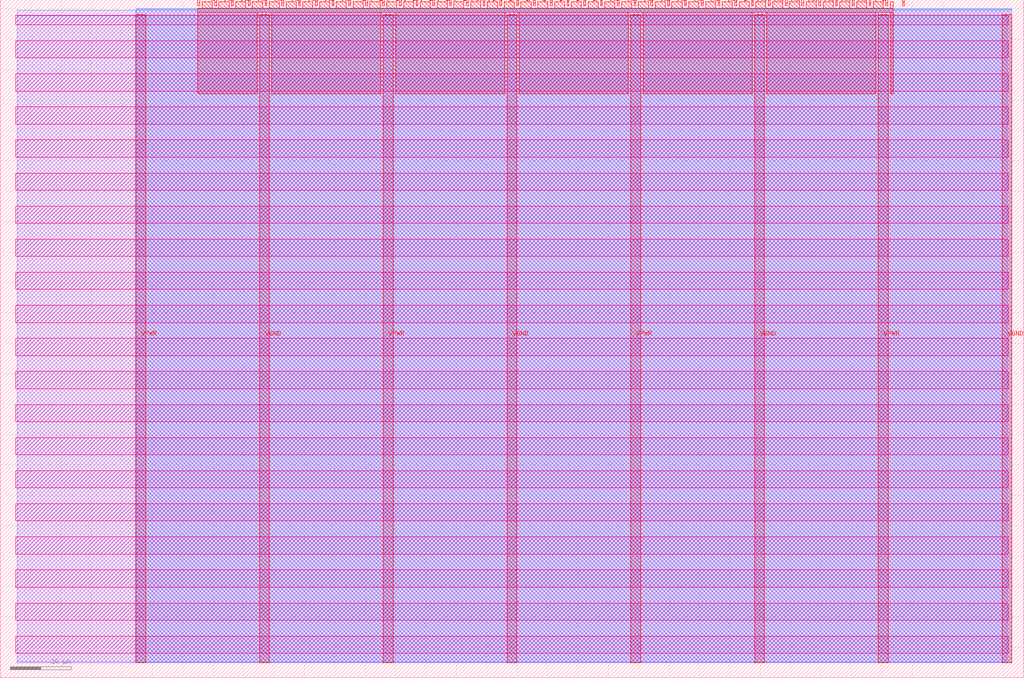
<source format=lef>
VERSION 5.7 ;
  NOWIREEXTENSIONATPIN ON ;
  DIVIDERCHAR "/" ;
  BUSBITCHARS "[]" ;
MACRO tt_um_seven_segment_seconds
  CLASS BLOCK ;
  FOREIGN tt_um_seven_segment_seconds ;
  ORIGIN 0.000 0.000 ;
  SIZE 168.360 BY 111.520 ;
  PIN VGND
    DIRECTION INOUT ;
    USE GROUND ;
    PORT
      LAYER met4 ;
        RECT 42.670 2.480 44.270 109.040 ;
    END
    PORT
      LAYER met4 ;
        RECT 83.380 2.480 84.980 109.040 ;
    END
    PORT
      LAYER met4 ;
        RECT 124.090 2.480 125.690 109.040 ;
    END
    PORT
      LAYER met4 ;
        RECT 164.800 2.480 166.400 109.040 ;
    END
  END VGND
  PIN VPWR
    DIRECTION INOUT ;
    USE POWER ;
    PORT
      LAYER met4 ;
        RECT 22.315 2.480 23.915 109.040 ;
    END
    PORT
      LAYER met4 ;
        RECT 63.025 2.480 64.625 109.040 ;
    END
    PORT
      LAYER met4 ;
        RECT 103.735 2.480 105.335 109.040 ;
    END
    PORT
      LAYER met4 ;
        RECT 144.445 2.480 146.045 109.040 ;
    END
  END VPWR
  PIN clk
    DIRECTION INPUT ;
    USE SIGNAL ;
    ANTENNAGATEAREA 0.852000 ;
    PORT
      LAYER met4 ;
        RECT 145.670 110.520 145.970 111.520 ;
    END
  END clk
  PIN ena
    DIRECTION INPUT ;
    USE SIGNAL ;
    PORT
      LAYER met4 ;
        RECT 148.430 110.520 148.730 111.520 ;
    END
  END ena
  PIN rst_n
    DIRECTION INPUT ;
    USE SIGNAL ;
    ANTENNAGATEAREA 0.126000 ;
    PORT
      LAYER met4 ;
        RECT 142.910 110.520 143.210 111.520 ;
    END
  END rst_n
  PIN ui_in[0]
    DIRECTION INPUT ;
    USE SIGNAL ;
    ANTENNAGATEAREA 0.196500 ;
    PORT
      LAYER met4 ;
        RECT 140.150 110.520 140.450 111.520 ;
    END
  END ui_in[0]
  PIN ui_in[1]
    DIRECTION INPUT ;
    USE SIGNAL ;
    ANTENNAGATEAREA 0.196500 ;
    PORT
      LAYER met4 ;
        RECT 137.390 110.520 137.690 111.520 ;
    END
  END ui_in[1]
  PIN ui_in[2]
    DIRECTION INPUT ;
    USE SIGNAL ;
    ANTENNAGATEAREA 0.196500 ;
    PORT
      LAYER met4 ;
        RECT 134.630 110.520 134.930 111.520 ;
    END
  END ui_in[2]
  PIN ui_in[3]
    DIRECTION INPUT ;
    USE SIGNAL ;
    ANTENNAGATEAREA 0.196500 ;
    PORT
      LAYER met4 ;
        RECT 131.870 110.520 132.170 111.520 ;
    END
  END ui_in[3]
  PIN ui_in[4]
    DIRECTION INPUT ;
    USE SIGNAL ;
    ANTENNAGATEAREA 0.196500 ;
    PORT
      LAYER met4 ;
        RECT 129.110 110.520 129.410 111.520 ;
    END
  END ui_in[4]
  PIN ui_in[5]
    DIRECTION INPUT ;
    USE SIGNAL ;
    ANTENNAGATEAREA 0.196500 ;
    PORT
      LAYER met4 ;
        RECT 126.350 110.520 126.650 111.520 ;
    END
  END ui_in[5]
  PIN ui_in[6]
    DIRECTION INPUT ;
    USE SIGNAL ;
    ANTENNAGATEAREA 0.196500 ;
    PORT
      LAYER met4 ;
        RECT 123.590 110.520 123.890 111.520 ;
    END
  END ui_in[6]
  PIN ui_in[7]
    DIRECTION INPUT ;
    USE SIGNAL ;
    ANTENNAGATEAREA 0.196500 ;
    PORT
      LAYER met4 ;
        RECT 120.830 110.520 121.130 111.520 ;
    END
  END ui_in[7]
  PIN uio_in[0]
    DIRECTION INPUT ;
    USE SIGNAL ;
    PORT
      LAYER met4 ;
        RECT 118.070 110.520 118.370 111.520 ;
    END
  END uio_in[0]
  PIN uio_in[1]
    DIRECTION INPUT ;
    USE SIGNAL ;
    PORT
      LAYER met4 ;
        RECT 115.310 110.520 115.610 111.520 ;
    END
  END uio_in[1]
  PIN uio_in[2]
    DIRECTION INPUT ;
    USE SIGNAL ;
    PORT
      LAYER met4 ;
        RECT 112.550 110.520 112.850 111.520 ;
    END
  END uio_in[2]
  PIN uio_in[3]
    DIRECTION INPUT ;
    USE SIGNAL ;
    PORT
      LAYER met4 ;
        RECT 109.790 110.520 110.090 111.520 ;
    END
  END uio_in[3]
  PIN uio_in[4]
    DIRECTION INPUT ;
    USE SIGNAL ;
    PORT
      LAYER met4 ;
        RECT 107.030 110.520 107.330 111.520 ;
    END
  END uio_in[4]
  PIN uio_in[5]
    DIRECTION INPUT ;
    USE SIGNAL ;
    PORT
      LAYER met4 ;
        RECT 104.270 110.520 104.570 111.520 ;
    END
  END uio_in[5]
  PIN uio_in[6]
    DIRECTION INPUT ;
    USE SIGNAL ;
    PORT
      LAYER met4 ;
        RECT 101.510 110.520 101.810 111.520 ;
    END
  END uio_in[6]
  PIN uio_in[7]
    DIRECTION INPUT ;
    USE SIGNAL ;
    PORT
      LAYER met4 ;
        RECT 98.750 110.520 99.050 111.520 ;
    END
  END uio_in[7]
  PIN uio_oe[0]
    DIRECTION OUTPUT TRISTATE ;
    USE SIGNAL ;
    PORT
      LAYER met4 ;
        RECT 51.830 110.520 52.130 111.520 ;
    END
  END uio_oe[0]
  PIN uio_oe[1]
    DIRECTION OUTPUT TRISTATE ;
    USE SIGNAL ;
    PORT
      LAYER met4 ;
        RECT 49.070 110.520 49.370 111.520 ;
    END
  END uio_oe[1]
  PIN uio_oe[2]
    DIRECTION OUTPUT TRISTATE ;
    USE SIGNAL ;
    PORT
      LAYER met4 ;
        RECT 46.310 110.520 46.610 111.520 ;
    END
  END uio_oe[2]
  PIN uio_oe[3]
    DIRECTION OUTPUT TRISTATE ;
    USE SIGNAL ;
    PORT
      LAYER met4 ;
        RECT 43.550 110.520 43.850 111.520 ;
    END
  END uio_oe[3]
  PIN uio_oe[4]
    DIRECTION OUTPUT TRISTATE ;
    USE SIGNAL ;
    PORT
      LAYER met4 ;
        RECT 40.790 110.520 41.090 111.520 ;
    END
  END uio_oe[4]
  PIN uio_oe[5]
    DIRECTION OUTPUT TRISTATE ;
    USE SIGNAL ;
    PORT
      LAYER met4 ;
        RECT 38.030 110.520 38.330 111.520 ;
    END
  END uio_oe[5]
  PIN uio_oe[6]
    DIRECTION OUTPUT TRISTATE ;
    USE SIGNAL ;
    PORT
      LAYER met4 ;
        RECT 35.270 110.520 35.570 111.520 ;
    END
  END uio_oe[6]
  PIN uio_oe[7]
    DIRECTION OUTPUT TRISTATE ;
    USE SIGNAL ;
    PORT
      LAYER met4 ;
        RECT 32.510 110.520 32.810 111.520 ;
    END
  END uio_oe[7]
  PIN uio_out[0]
    DIRECTION OUTPUT TRISTATE ;
    USE SIGNAL ;
    ANTENNADIFFAREA 0.445500 ;
    PORT
      LAYER met4 ;
        RECT 73.910 110.520 74.210 111.520 ;
    END
  END uio_out[0]
  PIN uio_out[1]
    DIRECTION OUTPUT TRISTATE ;
    USE SIGNAL ;
    ANTENNADIFFAREA 0.445500 ;
    PORT
      LAYER met4 ;
        RECT 71.150 110.520 71.450 111.520 ;
    END
  END uio_out[1]
  PIN uio_out[2]
    DIRECTION OUTPUT TRISTATE ;
    USE SIGNAL ;
    ANTENNADIFFAREA 0.445500 ;
    PORT
      LAYER met4 ;
        RECT 68.390 110.520 68.690 111.520 ;
    END
  END uio_out[2]
  PIN uio_out[3]
    DIRECTION OUTPUT TRISTATE ;
    USE SIGNAL ;
    ANTENNADIFFAREA 0.445500 ;
    PORT
      LAYER met4 ;
        RECT 65.630 110.520 65.930 111.520 ;
    END
  END uio_out[3]
  PIN uio_out[4]
    DIRECTION OUTPUT TRISTATE ;
    USE SIGNAL ;
    ANTENNADIFFAREA 0.795200 ;
    PORT
      LAYER met4 ;
        RECT 62.870 110.520 63.170 111.520 ;
    END
  END uio_out[4]
  PIN uio_out[5]
    DIRECTION OUTPUT TRISTATE ;
    USE SIGNAL ;
    ANTENNADIFFAREA 0.445500 ;
    PORT
      LAYER met4 ;
        RECT 60.110 110.520 60.410 111.520 ;
    END
  END uio_out[5]
  PIN uio_out[6]
    DIRECTION OUTPUT TRISTATE ;
    USE SIGNAL ;
    ANTENNADIFFAREA 0.445500 ;
    PORT
      LAYER met4 ;
        RECT 57.350 110.520 57.650 111.520 ;
    END
  END uio_out[6]
  PIN uio_out[7]
    DIRECTION OUTPUT TRISTATE ;
    USE SIGNAL ;
    ANTENNADIFFAREA 0.795200 ;
    PORT
      LAYER met4 ;
        RECT 54.590 110.520 54.890 111.520 ;
    END
  END uio_out[7]
  PIN uo_out[0]
    DIRECTION OUTPUT TRISTATE ;
    USE SIGNAL ;
    ANTENNADIFFAREA 0.445500 ;
    PORT
      LAYER met4 ;
        RECT 95.990 110.520 96.290 111.520 ;
    END
  END uo_out[0]
  PIN uo_out[1]
    DIRECTION OUTPUT TRISTATE ;
    USE SIGNAL ;
    ANTENNADIFFAREA 0.445500 ;
    PORT
      LAYER met4 ;
        RECT 93.230 110.520 93.530 111.520 ;
    END
  END uo_out[1]
  PIN uo_out[2]
    DIRECTION OUTPUT TRISTATE ;
    USE SIGNAL ;
    ANTENNADIFFAREA 0.445500 ;
    PORT
      LAYER met4 ;
        RECT 90.470 110.520 90.770 111.520 ;
    END
  END uo_out[2]
  PIN uo_out[3]
    DIRECTION OUTPUT TRISTATE ;
    USE SIGNAL ;
    ANTENNADIFFAREA 0.445500 ;
    PORT
      LAYER met4 ;
        RECT 87.710 110.520 88.010 111.520 ;
    END
  END uo_out[3]
  PIN uo_out[4]
    DIRECTION OUTPUT TRISTATE ;
    USE SIGNAL ;
    ANTENNADIFFAREA 0.445500 ;
    PORT
      LAYER met4 ;
        RECT 84.950 110.520 85.250 111.520 ;
    END
  END uo_out[4]
  PIN uo_out[5]
    DIRECTION OUTPUT TRISTATE ;
    USE SIGNAL ;
    ANTENNADIFFAREA 0.445500 ;
    PORT
      LAYER met4 ;
        RECT 82.190 110.520 82.490 111.520 ;
    END
  END uo_out[5]
  PIN uo_out[6]
    DIRECTION OUTPUT TRISTATE ;
    USE SIGNAL ;
    ANTENNADIFFAREA 0.445500 ;
    PORT
      LAYER met4 ;
        RECT 79.430 110.520 79.730 111.520 ;
    END
  END uo_out[6]
  PIN uo_out[7]
    DIRECTION OUTPUT TRISTATE ;
    USE SIGNAL ;
    PORT
      LAYER met4 ;
        RECT 76.670 110.520 76.970 111.520 ;
    END
  END uo_out[7]
  OBS
      LAYER nwell ;
        RECT 2.570 107.385 165.790 108.990 ;
        RECT 2.570 101.945 165.790 104.775 ;
        RECT 2.570 96.505 165.790 99.335 ;
        RECT 2.570 91.065 165.790 93.895 ;
        RECT 2.570 85.625 165.790 88.455 ;
        RECT 2.570 80.185 165.790 83.015 ;
        RECT 2.570 74.745 165.790 77.575 ;
        RECT 2.570 69.305 165.790 72.135 ;
        RECT 2.570 63.865 165.790 66.695 ;
        RECT 2.570 58.425 165.790 61.255 ;
        RECT 2.570 52.985 165.790 55.815 ;
        RECT 2.570 47.545 165.790 50.375 ;
        RECT 2.570 42.105 165.790 44.935 ;
        RECT 2.570 36.665 165.790 39.495 ;
        RECT 2.570 31.225 165.790 34.055 ;
        RECT 2.570 25.785 165.790 28.615 ;
        RECT 2.570 20.345 165.790 23.175 ;
        RECT 2.570 14.905 165.790 17.735 ;
        RECT 2.570 9.465 165.790 12.295 ;
        RECT 2.570 4.025 165.790 6.855 ;
      LAYER li1 ;
        RECT 2.760 2.635 165.600 108.885 ;
      LAYER met1 ;
        RECT 2.760 2.480 166.400 109.780 ;
      LAYER met2 ;
        RECT 22.345 2.535 166.370 110.005 ;
      LAYER met3 ;
        RECT 22.325 2.555 166.390 109.985 ;
      LAYER met4 ;
        RECT 33.210 110.120 34.870 111.170 ;
        RECT 35.970 110.120 37.630 111.170 ;
        RECT 38.730 110.120 40.390 111.170 ;
        RECT 41.490 110.120 43.150 111.170 ;
        RECT 44.250 110.120 45.910 111.170 ;
        RECT 47.010 110.120 48.670 111.170 ;
        RECT 49.770 110.120 51.430 111.170 ;
        RECT 52.530 110.120 54.190 111.170 ;
        RECT 55.290 110.120 56.950 111.170 ;
        RECT 58.050 110.120 59.710 111.170 ;
        RECT 60.810 110.120 62.470 111.170 ;
        RECT 63.570 110.120 65.230 111.170 ;
        RECT 66.330 110.120 67.990 111.170 ;
        RECT 69.090 110.120 70.750 111.170 ;
        RECT 71.850 110.120 73.510 111.170 ;
        RECT 74.610 110.120 76.270 111.170 ;
        RECT 77.370 110.120 79.030 111.170 ;
        RECT 80.130 110.120 81.790 111.170 ;
        RECT 82.890 110.120 84.550 111.170 ;
        RECT 85.650 110.120 87.310 111.170 ;
        RECT 88.410 110.120 90.070 111.170 ;
        RECT 91.170 110.120 92.830 111.170 ;
        RECT 93.930 110.120 95.590 111.170 ;
        RECT 96.690 110.120 98.350 111.170 ;
        RECT 99.450 110.120 101.110 111.170 ;
        RECT 102.210 110.120 103.870 111.170 ;
        RECT 104.970 110.120 106.630 111.170 ;
        RECT 107.730 110.120 109.390 111.170 ;
        RECT 110.490 110.120 112.150 111.170 ;
        RECT 113.250 110.120 114.910 111.170 ;
        RECT 116.010 110.120 117.670 111.170 ;
        RECT 118.770 110.120 120.430 111.170 ;
        RECT 121.530 110.120 123.190 111.170 ;
        RECT 124.290 110.120 125.950 111.170 ;
        RECT 127.050 110.120 128.710 111.170 ;
        RECT 129.810 110.120 131.470 111.170 ;
        RECT 132.570 110.120 134.230 111.170 ;
        RECT 135.330 110.120 136.990 111.170 ;
        RECT 138.090 110.120 139.750 111.170 ;
        RECT 140.850 110.120 142.510 111.170 ;
        RECT 143.610 110.120 145.270 111.170 ;
        RECT 146.370 110.120 146.905 111.170 ;
        RECT 32.495 109.440 146.905 110.120 ;
        RECT 32.495 96.055 42.270 109.440 ;
        RECT 44.670 96.055 62.625 109.440 ;
        RECT 65.025 96.055 82.980 109.440 ;
        RECT 85.380 96.055 103.335 109.440 ;
        RECT 105.735 96.055 123.690 109.440 ;
        RECT 126.090 96.055 144.045 109.440 ;
        RECT 146.445 96.055 146.905 109.440 ;
  END
END tt_um_seven_segment_seconds
END LIBRARY


</source>
